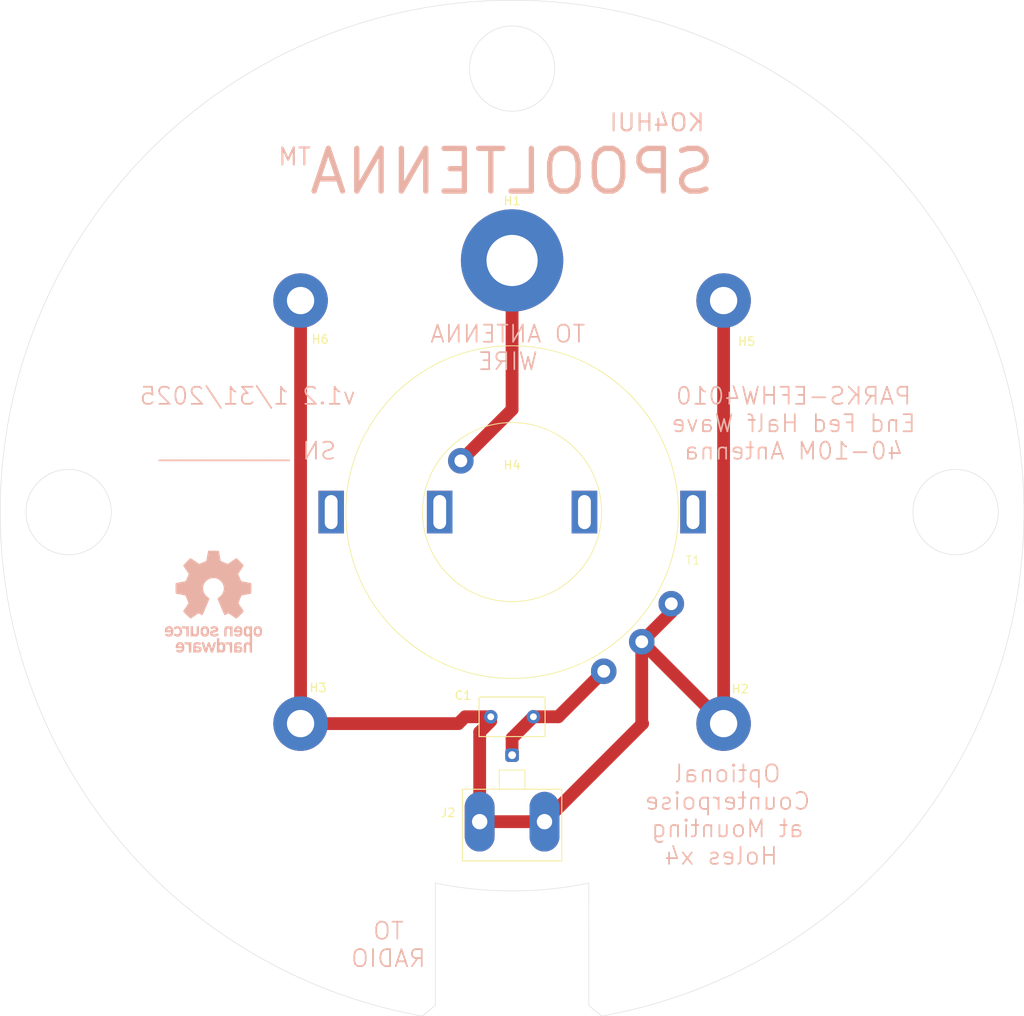
<source format=kicad_pcb>
(kicad_pcb (version 20240108) (generator "pcbnew") (generator_version "8.0")
  (layers (0 "F.Cu" signal) (31 "B.Cu" signal) (34 "B.Paste" user) (35 "F.Paste" user) (36 "B.SilkS" user "B.Silkscreen") (37 "F.SilkS" user "F.Silkscreen") (38 "B.Mask" user) (39 "F.Mask" user) (44 "Edge.Cuts" user))
  (net 0 "")
  (net 1 "GND")
  (net 2 "Net-(T1-SB)")
  (net 3 "Net-(J2-In)")
  (footprint "footprints:TOROID_140_AUTO" (layer "F.Cu") (at 100 100 45)
    (property "Reference" "T1" (at 11 19 0) (layer "F.SilkS") (effects (font (thickness 0.1))))
    (property "Value" "Transformer_1P_1S")
    (fp_circle (center 0 0) (end 10.5 0) (stroke (width 0.1)) (fill none) (layer "F.SilkS"))
    (fp_circle (center 0 0) (end 19.5 0) (stroke (width 0.1)) (fill none) (layer "F.SilkS"))
    (pad "" np_thru_hole rect (at -15 -15 90) (size 5 3) (drill oval 4 1.5) (layers "F&B.Cu"))
    (pad "" np_thru_hole rect (at -6 -6 90) (size 5 3) (drill oval 4 1.5) (layers "F&B.Cu"))
    (pad "" np_thru_hole rect (at 6 6 90) (size 5 3) (drill oval 4 1.5) (layers "F&B.Cu"))
    (pad "" np_thru_hole rect (at 15 15 90) (size 5 3) (drill oval 4 1.5) (layers "F&B.Cu"))
    (pad "1" thru_hole circle (at -5.6 20.8 45) (size 3 3) (drill 1.5) (layers "*.Cu" "*.Mask") (net 3 "Net-(J2-In)"))
    (pad "2" thru_hole circle (at 0 21.5 45) (size 3 3) (drill 1.5) (layers "*.Cu" "*.Mask") (net 1 "GND"))
    (pad "3" thru_hole circle (at 5.6 20.8 45) (size 3 3) (drill 1.5) (layers "*.Cu" "*.Mask") (net 1 "GND"))
    (pad "4" thru_hole circle (at 0 -8.500001 45) (size 3 3) (drill 1.5) (layers "*.Cu" "*.Mask") (net 2 "Net-(T1-SB)"))
  )
  (footprint "MountingHole:MountingHole_6mm_Pad_TopBottom" (layer "F.Cu") (at 100 70.5)
    (property "Reference" "H1" (at 0 -7 0) (layer "F.SilkS"))
    (property "Value" "MountingHole_Pad")
    (pad "1" thru_hole circle (at 0 0) (size 6.4 6.4) (drill 6) (layers "*.Cu" "*.Mask") (net 2 "Net-(T1-SB)"))
    (pad "1" connect circle (at 0 0) (size 12 12) (layers "F.Cu" "F.Mask") (net 2 "Net-(T1-SB)"))
    (pad "1" connect circle (at 0 0) (size 12 12) (layers "B.Cu" "B.Mask") (net 2 "Net-(T1-SB)"))
  )
  (footprint "MountingHole:MountingHole_3.2mm_M3_Pad" (layer "F.Cu") (at 124.8 75.2)
    (property "Reference" "H5" (at 2.7 4.8 0) (layer "F.SilkS"))
    (property "Value" "MountingHole_Pad")
    (pad "1" thru_hole circle (at 0 0) (size 6.4 6.4) (drill 3.2) (layers "*.Cu" "*.Mask") (net 1 "GND"))
  )
  (footprint "Capacitor_THT:C_Disc_D7.5mm_W4.4mm_P5.00mm" (layer "F.Cu") (at 102.5 124 180)
    (property "Reference" "C1" (at 8.25 2.5 180) (layer "F.SilkS"))
    (property "Value" "100pF, 1kV")
    (fp_line (start 6.37 -2.321) (end 6.37 2.321) (stroke (width 0.12)) (layer "F.SilkS"))
    (fp_line (start -1.37 2.321) (end 6.37 2.321) (stroke (width 0.12)) (layer "F.SilkS"))
    (fp_line (start -1.37 -2.321) (end 6.37 -2.321) (stroke (width 0.12)) (layer "F.SilkS"))
    (fp_line (start -1.37 -2.321) (end -1.37 2.321) (stroke (width 0.12)) (layer "F.SilkS"))
    (pad "1" thru_hole circle (at 0 0 180) (size 1.6 1.6) (drill 0.8) (layers "*.Cu" "*.Mask") (net 3 "Net-(J2-In)"))
    (pad "2" thru_hole circle (at 5 0 180) (size 1.6 1.6) (drill 0.8) (layers "*.Cu" "*.Mask") (net 1 "GND"))
  )
  (footprint "MountingHole:MountingHole_8.4mm_M8" (layer "F.Cu") (at 100 100)
    (property "Reference" "H4" (at 0 -5.5 0) (layer "F.SilkS"))
    (property "Value" "MountingHole" (hide yes))
    (pad "" np_thru_hole circle (at 0 0) (size 8.4 8.4) (drill 8.4) (layers "*.Cu" "*.Mask"))
  )
  (footprint "MountingHole:MountingHole_3.2mm_M3_Pad" (layer "F.Cu") (at 75.2 124.8)
    (property "Reference" "H3" (at 2.05 -4.2 0) (layer "F.SilkS"))
    (property "Value" "MountingHole_Pad" (hide yes))
    (pad "1" thru_hole circle (at 0 0) (size 6.4 6.4) (drill 3.2) (layers "*.Cu" "*.Mask") (net 1 "GND"))
  )
  (footprint "MountingHole:MountingHole_3.2mm_M3_Pad" (layer "F.Cu") (at 124.8 124.8)
    (property "Reference" "H2" (at 1.95 -4.05 0) (layer "F.SilkS"))
    (property "Value" "MountingHole_Pad" (hide yes))
    (pad "1" thru_hole circle (at 0 0) (size 6.4 6.4) (drill 3.2) (layers "*.Cu" "*.Mask") (net 1 "GND"))
  )
  (footprint "MountingHole:MountingHole_3.2mm_M3_Pad" (layer "F.Cu") (at 75.2 75.2)
    (property "Reference" "H6" (at 2.3 4.55 0) (layer "F.SilkS"))
    (property "Value" "MountingHole_Pad")
    (pad "1" thru_hole circle (at 0 0) (size 6.4 6.4) (drill 3.2) (layers "*.Cu" "*.Mask") (net 1 "GND"))
  )
  (footprint "footprints:BNC_MOLEX_73100" (layer "F.Cu") (at 100 128.5 180)
    (property "Reference" "J2" (at 7.5 -6.75 0) (layer "F.SilkS"))
    (property "Value" "Conn_Coaxial")
    (fp_line (start 5.825 -12.4) (end 5.825 -4) (stroke (width 0.12)) (layer "F.SilkS"))
    (fp_line (start 1.5 -1.75) (end 1.5 -4) (stroke (width 0.1)) (layer "F.SilkS"))
    (fp_line (start -1.5 -1.75) (end 1.5 -1.75) (stroke (width 0.1)) (layer "F.SilkS"))
    (fp_line (start -1.5 -4) (end -1.5 -1.75) (stroke (width 0.1)) (layer "F.SilkS"))
    (fp_line (start -5.825 -4) (end 5.825 -4) (stroke (width 0.12)) (layer "F.SilkS"))
    (fp_line (start -5.825 -12.4) (end 5.825 -12.4) (stroke (width 0.12)) (layer "F.SilkS"))
    (fp_line (start -5.825 -12.4) (end -5.825 -4) (stroke (width 0.12)) (layer "F.SilkS"))
    (pad "1" thru_hole roundrect (at 0 0 180) (size 1.6 1.6) (drill 0.92) (layers "*.Cu" "*.Mask") (net 3 "Net-(J2-In)"))
    (pad "2" thru_hole oval (at -3.8 -7.8 180) (size 3.5 7) (drill 1.8) (layers "*.Cu" "*.Mask") (net 1 "GND"))
    (pad "2" thru_hole oval (at 3.8 -7.8 180) (size 3.5 7) (drill 1.8) (layers "*.Cu" "*.Mask") (net 1 "GND"))
  )
  (footprint "Symbol:OSHW-Logo_11.4x12mm_SilkScreen" (layer "B.Cu") (at 65 110.5 180)
    (property "Reference" "REF**" (hide yes))
    (property "Value" "OSHW-Logo_11.4x12mm_SilkScreen" (hide yes))
    (fp_poly (pts (xy 3.563637 -2.887472) (xy 3.64929 -2.913641) (xy 3.704437 -2.946707) (xy 3.722401 -2.972855) (xy 3.717457 -3.003852) (xy 3.685372 -3.052547) (xy 3.658243 -3.087035) (xy 3.602317 -3.149383) (xy 3.560299 -3.175615) (xy 3.52448 -3.173903) (xy 3.418224 -3.146863) (xy 3.340189 -3.148091) (xy 3.27682 -3.178735) (xy 3.255546 -3.19667) (xy 3.187451 -3.259779) (xy 3.187451 -4.083922) (xy 2.913529 -4.083922) (xy 2.913529 -2.888628) (xy 3.05049 -2.888628) (xy 3.132719 -2.891879) (xy 3.175144 -2.903426) (xy 3.187445 -2.925952) (xy 3.187451 -2.92662) (xy 3.19326 -2.950215) (xy 3.219531 -2.947138) (xy 3.255931 -2.930115) (xy 3.331111 -2.898439) (xy 3.392158 -2.879381) (xy 3.470708 -2.874496) (xy 3.563637 -2.887472)) (stroke (width 0.01)) (fill solid) (layer "B.SilkS"))
    (fp_poly (pts (xy 3.238446 -4.755883) (xy 3.334177 -4.774755) (xy 3.388677 -4.802699) (xy 3.446008 -4.849123) (xy 3.364441 -4.952111) (xy 3.31415 -5.014479) (xy 3.280001 -5.044907) (xy 3.246063 -5.049555) (xy 3.196406 -5.034586) (xy 3.173096 -5.026117) (xy 3.078063 -5.013622) (xy 2.991032 -5.040406) (xy 2.927138 -5.100915) (xy 2.916759 -5.120208) (xy 2.905456 -5.171314) (xy 2.896732 -5.2655) (xy 2.890997 -5.396089) (xy 2.88866 -5.556405) (xy 2.888627 -5.579211) (xy 2.888627 -5.976471) (xy 2.614705 -5.976471) (xy 2.614705 -4.756275) (xy 2.751666 -4.756275) (xy 2.830638 -4.758337) (xy 2.871779 -4.767513) (xy 2.886992 -4.78829) (xy 2.888627 -4.807886) (xy 2.888627 -4.859497) (xy 2.95424 -4.807886) (xy 3.029475 -4.772675) (xy 3.130544 -4.755265) (xy 3.238446 -4.755883)) (stroke (width 0.01)) (fill solid) (layer "B.SilkS"))
    (fp_poly (pts (xy -1.967236 -4.758921) (xy -1.92997 -4.770091) (xy -1.917957 -4.794633) (xy -1.917451 -4.805712) (xy -1.915296 -4.836572) (xy -1.900449 -4.841417) (xy -1.860343 -4.82026) (xy -1.83652 -4.805806) (xy -1.761362 -4.77485) (xy -1.671594 -4.759544) (xy -1.577471 -4.758367) (xy -1.489246 -4.769799) (xy -1.417174 -4.79232) (xy -1.371508 -4.824409) (xy -1.362502 -4.864545) (xy -1.367047 -4.875415) (xy -1.400179 -4.920534) (xy -1.451555 -4.976026) (xy -1.460848 -4.984996) (xy -1.509818 -5.026245) (xy -1.552069 -5.039572) (xy -1.611159 -5.030271) (xy -1.634831 -5.02409) (xy -1.708496 -5.009246) (xy -1.76029 -5.015921) (xy -1.804031 -5.039465) (xy -1.844098 -5.071061) (xy -1.873608 -5.110798) (xy -1.894116 -5.166252) (xy -1.907176 -5.245003) (xy -1.914344 -5.354629) (xy -1.917176 -5.502706) (xy -1.917451 -5.592111) (xy -1.917451 -5.976471) (xy -2.166471 -5.976471) (xy -2.166471 -4.756275) (xy -2.041961 -4.756275) (xy -1.967236 -4.758921)) (stroke (width 0.01)) (fill solid) (layer "B.SilkS"))
    (fp_poly (pts (xy 1.967254 -3.276245) (xy 1.969608 -3.458879) (xy 1.978207 -3.5976) (xy 1.99536 -3.698147) (xy 2.023374 -3.766254) (xy 2.064557 -3.807659) (xy 2.121217 -3.828097) (xy 2.191372 -3.833318) (xy 2.264848 -3.827468) (xy 2.320657 -3.806093) (xy 2.361109 -3.763458) (xy 2.388509 -3.693825) (xy 2.405167 -3.59146) (xy 2.413389 -3.450624) (xy 2.41549 -3.276245) (xy 2.41549 -2.888628) (xy 2.689411 -2.888628) (xy 2.689411 -4.083922) (xy 2.552451 -4.083922) (xy 2.469884 -4.080576) (xy 2.427368 -4.068826) (xy 2.41549 -4.04652) (xy 2.408336 -4.026654) (xy 2.379865 -4.030857) (xy 2.322476 -4.058971) (xy 2.190945 -4.102342) (xy 2.051438 -4.09927) (xy 1.917765 -4.052174) (xy 1.854108 -4.014971) (xy 1.805553 -3.974691) (xy 1.770081 -3.924291) (xy 1.745674 -3.856729) (xy 1.730313 -3.764965) (xy 1.721982 -3.641955) (xy 1.718662 -3.480659) (xy 1.718235 -3.355928) (xy 1.718235 -2.888628) (xy 1.967254 -2.888628) (xy 1.967254 -3.276245)) (stroke (width 0.01)) (fill solid) (layer "B.SilkS"))
    (fp_poly (pts (xy -1.49324 -2.909199) (xy -1.431264 -2.938802) (xy -1.371241 -2.981561) (xy -1.325514 -3.030775) (xy -1.292207 -3.093544) (xy -1.269445 -3.176971) (xy -1.255353 -3.288159) (xy -1.248058 -3.434209) (xy -1.245682 -3.622223) (xy -1.245645 -3.641912) (xy -1.245098 -4.083922) (xy -1.51902 -4.083922) (xy -1.51902 -3.676435) (xy -1.519215 -3.525471) (xy -1.520564 -3.416056) (xy -1.524212 -3.339933) (xy -1.531304 -3.288848) (xy -1.542987 -3.254545) (xy -1.560406 -3.228768) (xy -1.584671 -3.203298) (xy -1.669565 -3.148571) (xy -1.762239 -3.138416) (xy -1.850527 -3.173017) (xy -1.88123 -3.19877) (xy -1.903771 -3.222982) (xy -1.919954 -3.248912) (xy -1.930832 -3.284708) (xy -1.937458 -3.338519) (xy -1.940885 -3.418493) (xy -1.942166 -3.532779) (xy -1.942353 -3.671907) (xy -1.942353 -4.083922) (xy -2.216275 -4.083922) (xy -2.216275 -2.888628) (xy -2.079314 -2.888628) (xy -1.997084 -2.891879) (xy -1.95466 -2.903426) (xy -1.942359 -2.925952) (xy -1.942353 -2.92662) (xy -1.936646 -2.948681) (xy -1.911473 -2.946177) (xy -1.861422 -2.921937) (xy -1.747906 -2.886271) (xy -1.618055 -2.882305) (xy -1.49324 -2.909199)) (stroke (width 0.01)) (fill solid) (layer "B.SilkS"))
    (fp_poly (pts (xy 4.390976 -2.899056) (xy 4.535256 -2.960348) (xy 4.580699 -2.990185) (xy 4.638779 -3.036036) (xy 4.675238 -3.072089) (xy 4.681568 -3.083832) (xy 4.663693 -3.109889) (xy 4.61795 -3.154105) (xy 4.581328 -3.184965) (xy 4.481088 -3.26552) (xy 4.401935 -3.198918) (xy 4.340769 -3.155921) (xy 4.281129 -3.141079) (xy 4.212872 -3.144704) (xy 4.104482 -3.171652) (xy 4.029872 -3.227587) (xy 3.98453 -3.318014) (xy 3.963947 -3.448435) (xy 3.963942 -3.448517) (xy 3.965722 -3.59429) (xy 3.993387 -3.701245) (xy 4.048571 -3.774064) (xy 4.086192 -3.798723) (xy 4.186105 -3.829431) (xy 4.292822 -3.829449) (xy 4.385669 -3.799655) (xy 4.407647 -3.785098) (xy 4.462765 -3.747914) (xy 4.505859 -3.74182) (xy 4.552335 -3.769496) (xy 4.603716 -3.819205) (xy 4.685046 -3.903116) (xy 4.594749 -3.977546) (xy 4.455236 -4.061549) (xy 4.297912 -4.102947) (xy 4.133503 -4.09995) (xy 4.025531 -4.0725) (xy 3.899331 -4.00462) (xy 3.798401 -3.897831) (xy 3.752548 -3.822451) (xy 3.71541 -3.714297) (xy 3.696827 -3.577318) (xy 3.696684 -3.428864) (xy 3.714865 -3.286281) (xy 3.751255 -3.166918) (xy 3.756987 -3.15468) (xy 3.841865 -3.034655) (xy 3.956782 -2.947267) (xy 4.092659 -2.894329) (xy 4.240417 -2.877654) (xy 4.390976 -2.899056)) (stroke (width 0.01)) (fill solid) (layer "B.SilkS"))
    (fp_poly (pts (xy 1.209547 -2.903364) (xy 1.335502 -2.971959) (xy 1.434047 -3.080245) (xy 1.480478 -3.168315) (xy 1.500412 -3.246101) (xy 1.513328 -3.356993) (xy 1.518863 -3.484738) (xy 1.516654 -3.613084) (xy 1.506337 -3.725779) (xy 1.494286 -3.785969) (xy 1.453634 -3.868311) (xy 1.38323 -3.95577) (xy 1.298382 -4.032251) (xy 1.214397 -4.081655) (xy 1.212349 -4.082439) (xy 1.108134 -4.104027) (xy 0.984627 -4.104562) (xy 0.867261 -4.084908) (xy 0.821942 -4.069155) (xy 0.70522 -4.002966) (xy 0.621624 -3.916246) (xy 0.566701 -3.801438) (xy 0.535995 -3.650982) (xy 0.529047 -3.572173) (xy 0.529933 -3.473145) (xy 0.796862 -3.473145) (xy 0.805854 -3.617645) (xy 0.831736 -3.72776) (xy 0.872868 -3.798116) (xy 0.902172 -3.818235) (xy 0.977251 -3.832265) (xy 1.066494 -3.828111) (xy 1.14365 -3.807922) (xy 1.163883 -3.796815) (xy 1.217265 -3.732123) (xy 1.2525 -3.633119) (xy 1.267498 -3.512632) (xy 1.260172 -3.383494) (xy 1.243799 -3.305775) (xy 1.19679 -3.215771) (xy 1.122582 -3.159509) (xy 1.033209 -3.140057) (xy 0.940707 -3.160481) (xy 0.869653 -3.210437) (xy 0.832312 -3.251655) (xy 0.810518 -3.292281) (xy 0.80013 -3.347264) (xy 0.797006 -3.431549) (xy 0.796862 -3.473145) (xy 0.529933 -3.473145) (xy 0.53093 -3.361874) (xy 0.56518 -3.189423) (xy 0.631802 -3.054814) (xy 0.730799 -2.95804) (xy 0.862175 -2.899094) (xy 0.890385 -2.892259) (xy 1.059926 -2.876213) (xy 1.209547 -2.903364)) (stroke (width 0.01)) (fill solid) (layer "B.SilkS"))
    (fp_poly (pts (xy 0.557528 -4.761332) (xy 0.656014 -4.768726) (xy 0.784776 -5.154706) (xy 0.913537 -5.540686) (xy 0.953911 -5.403726) (xy 0.978207 -5.319083) (xy 1.010167 -5.204697) (xy 1.044679 -5.078963) (xy 1.062928 -5.01152) (xy 1.131571 -4.756275) (xy 1.414773 -4.756275) (xy 1.330122 -5.023971) (xy 1.288435 -5.155638) (xy 1.238074 -5.314458) (xy 1.185481 -5.480128) (xy 1.13853 -5.627843) (xy 1.031589 -5.96402) (xy 0.800661 -5.979044) (xy 0.73805 -5.772316) (xy 0.699438 -5.643896) (xy 0.6573 -5.502322) (xy 0.620472 -5.377285) (xy 0.619018 -5.372309) (xy 0.591511 -5.287586) (xy 0.567242 -5.229778) (xy 0.550243 -5.207918) (xy 0.54675 -5.210446) (xy 0.53449 -5.244336) (xy 0.511195 -5.31693) (xy 0.4797 -5.419101) (xy 0.442842 -5.54172) (xy 0.422899 -5.609167) (xy 0.314895 -5.976471) (xy 0.085679 -5.976471) (xy -0.097561 -5.3975) (xy -0.149037 -5.235091) (xy -0.19593 -5.087602) (xy -0.236023 -4.96196) (xy -0.267103 -4.865095) (xy -0.286955 -4.803934) (xy -0.292989 -4.786065) (xy -0.288212 -4.767768) (xy -0.250703 -4.759755) (xy -0.172645 -4.760557) (xy -0.160426 -4.761163) (xy -0.015674 -4.768726) (xy 0.07913 -5.117353) (xy 0.113977 -5.244497) (xy 0.145117 -5.356265) (xy 0.169809 -5.442953) (xy 0.185312 -5.494856) (xy 0.188176 -5.503318) (xy 0.200046 -5.493587) (xy 0.223983 -5.443172) (xy 0.257239 -5.358935) (xy 0.297064 -5.247741) (xy 0.33073 -5.147297) (xy 0.459041 -4.753939) (xy 0.557528 -4.761332)) (stroke (width 0.01)) (fill solid) (layer "B.SilkS"))
    (fp_poly (pts (xy -0.398432 -5.976471) (xy -0.535393 -5.976471) (xy -0.614889 -5.97414) (xy -0.656292 -5.964488) (xy -0.671199 -5.943525) (xy -0.672353 -5.929351) (xy -0.674867 -5.900927) (xy -0.69072 -5.895475) (xy -0.732379 -5.912998) (xy -0.764776 -5.929351) (xy -0.889151 -5.968103) (xy -1.024354 -5.970346) (xy -1.134274 -5.941444) (xy -1.236634 -5.871619) (xy -1.31466 -5.768555) (xy -1.357386 -5.646989) (xy -1.358474 -5.640192) (xy -1.364822 -5.566032) (xy -1.367979 -5.45957) (xy -1.367725 -5.379052) (xy -1.095711 -5.379052) (xy -1.08941 -5.48607) (xy -1.075075 -5.574278) (xy -1.055669 -5.62409) (xy -0.982254 -5.692162) (xy -0.895086 -5.716564) (xy -0.805196 -5.696831) (xy -0.728383 -5.637968) (xy -0.699292 -5.598379) (xy -0.682283 -5.551138) (xy -0.674316 -5.482181) (xy -0.672353 -5.378607) (xy -0.675866 -5.276039) (xy -0.685143 -5.185921) (xy -0.698294 -5.125613) (xy -0.700486 -5.120208) (xy -0.753522 -5.05594) (xy -0.830933 -5.020656) (xy -0.917546 -5.014959) (xy -0.998193 -5.039453) (xy -1.057703 -5.094742) (xy -1.063876 -5.105743) (xy -1.083199 -5.172827) (xy -1.093726 -5.269284) (xy -1.095711 -5.379052) (xy -1.367725 -5.379052) (xy -1.367596 -5.338225) (xy -1.365806 -5.272918) (xy -1.353627 -5.111355) (xy -1.328315 -4.990053) (xy -1.286207 -4.900379) (xy -1.223641 -4.833699) (xy -1.1629 -4.794557) (xy -1.078036 -4.76704) (xy -0.972485 -4.757603) (xy -0.864402 -4.76529) (xy -0.771942 -4.789146) (xy -0.72309 -4.817685) (xy -0.672353 -4.863601) (xy -0.672353 -4.283137) (xy -0.398432 -4.283137) (xy -0.398432 -5.976471)) (stroke (width 0.01)) (fill solid) (layer "B.SilkS"))
    (fp_poly (pts (xy -5.026753 -2.901568) (xy -4.896478 -2.959163) (xy -4.797581 -3.055334) (xy -4.729918 -3.190229) (xy -4.693345 -3.363996) (xy -4.690724 -3.391126) (xy -4.68867 -3.582408) (xy -4.715301 -3.750073) (xy -4.768999 -3.885967) (xy -4.797753 -3.929681) (xy -4.897909 -4.022198) (xy -5.025463 -4.082119) (xy -5.168163 -4.106985) (xy -5.31376 -4.094339) (xy -5.424438 -4.055391) (xy -5.519616 -3.989755) (xy -5.597406 -3.903699) (xy -5.598751 -3.901685) (xy -5.630343 -3.84857) (xy -5.650873 -3.79516) (xy -5.663305 -3.727754) (xy -5.670603 -3.632653) (xy -5.673818 -3.554666) (xy -5.675156 -3.483944) (xy -5.426186 -3.483944) (xy -5.423753 -3.554348) (xy -5.41492 -3.648068) (xy -5.399336 -3.708214) (xy -5.371234 -3.751006) (xy -5.344914 -3.776002) (xy -5.251608 -3.828338) (xy -5.15398 -3.835333) (xy -5.063058 -3.797676) (xy -5.017598 -3.755479) (xy -4.984838 -3.712956) (xy -4.965677 -3.672267) (xy -4.957267 -3.619314) (xy -4.956763 -3.539997) (xy -4.959355 -3.46695) (xy -4.964929 -3.362601) (xy -4.973766 -3.29492) (xy -4.989693 -3.250774) (xy -5.016538 -3.217031) (xy -5.037811 -3.197746) (xy -5.126794 -3.147086) (xy -5.222789 -3.14456) (xy -5.303281 -3.174567) (xy -5.371947 -3.237231) (xy -5.412856 -3.340168) (xy -5.426186 -3.483944) (xy -5.675156 -3.483944) (xy -5.676754 -3.399582) (xy -5.67174 -3.2836) (xy -5.656717 -3.196367) (xy -5.629624 -3.12753) (xy -5.5884 -3.066737) (xy -5.573115 -3.048686) (xy -5.477546 -2.958746) (xy -5.375039 -2.906211) (xy -5.249679 -2.884201) (xy -5.18855 -2.882402) (xy -5.026753 -2.901568)) (stroke (width 0.01)) (fill solid) (layer "B.SilkS"))
    (fp_poly (pts (xy 5.303287 -2.884355) (xy 5.367051 -2.899845) (xy 5.4893 -2.956569) (xy 5.593834 -3.043202) (xy 5.66618 -3.147074) (xy 5.676119 -3.170396) (xy 5.689754 -3.231484) (xy 5.699298 -3.321853) (xy 5.702549 -3.41319) (xy 5.702549 -3.585882) (xy 5.34147 -3.585882) (xy 5.192546 -3.586445) (xy 5.087632 -3.589864) (xy 5.020937 -3.598731) (xy 4.986666 -3.615641) (xy 4.979028 -3.643189) (xy 4.992229 -3.683968) (xy 5.015877 -3.731683) (xy 5.081843 -3.811314) (xy 5.173512 -3.850987) (xy 5.285555 -3.849695) (xy 5.412472 -3.806514) (xy 5.522158 -3.753224) (xy 5.613173 -3.825191) (xy 5.704188 -3.897157) (xy 5.618563 -3.976269) (xy 5.50425 -4.051017) (xy 5.363666 -4.096084) (xy 5.212449 -4.108696) (xy 5.066236 -4.086079) (xy 5.042647 -4.078405) (xy 4.914141 -4.011296) (xy 4.818551 -3.911247) (xy 4.753861 -3.775271) (xy 4.718057 -3.60038) (xy 4.71764 -3.596632) (xy 4.714434 -3.406032) (xy 4.727393 -3.338035) (xy 4.980392 -3.338035) (xy 5.003627 -3.348491) (xy 5.06671 -3.3565) (xy 5.159706 -3.361073) (xy 5.218638 -3.361765) (xy 5.328537 -3.361332) (xy 5.397252 -3.358578) (xy 5.433405 -3.351321) (xy 5.445615 -3.337376) (xy 5.442504 -3.314562) (xy 5.439894 -3.305735) (xy 5.395344 -3.2228) (xy 5.325279 -3.15596) (xy 5.263446 -3.126589) (xy 5.181301 -3.128362) (xy 5.098062 -3.16499) (xy 5.028238 -3.225634) (xy 4.986337 -3.299456) (xy 4.980392 -3.338035) (xy 4.727393 -3.338035) (xy 4.746385 -3.238395) (xy 4.809773 -3.097711) (xy 4.900878 -2.987974) (xy 5.015978 -2.913174) (xy 5.151355 -2.877304) (xy 5.303287 -2.884355)) (stroke (width 0.01)) (fill solid) (layer "B.SilkS"))
    (fp_poly (pts (xy 0.027759 -2.884345) (xy 0.122059 -2.902229) (xy 0.21989 -2.939633) (xy 0.230343 -2.944402) (xy 0.304531 -2.983412) (xy 0.35591 -3.019664) (xy 0.372517 -3.042887) (xy 0.356702 -3.080761) (xy 0.318288 -3.136644) (xy 0.301237 -3.157505) (xy 0.230969 -3.239618) (xy 0.140379 -3.186168) (xy 0.054164 -3.150561) (xy -0.045451 -3.131529) (xy -0.140981 -3.130326) (xy -0.214939 -3.14821) (xy -0.232688 -3.159373) (xy -0.266488 -3.210553) (xy -0.270596 -3.269509) (xy -0.245304 -3.315567) (xy -0.230344 -3.324499) (xy -0.185514 -3.335592) (xy -0.106714 -3.34863) (xy -0.009574 -3.361088) (xy 0.008346 -3.363042) (xy 0.164365 -3.39003) (xy 0.277523 -3.435873) (xy 0.352569 -3.504803) (xy 0.394253 -3.601054) (xy 0.407238 -3.718617) (xy 0.389299 -3.852254) (xy 0.33105 -3.957195) (xy 0.232255 -4.03363) (xy 0.092682 -4.081748) (xy -0.062255 -4.100732) (xy -0.188602 -4.100504) (xy -0.291087 -4.083262) (xy -0.361079 -4.059457) (xy -0.449517 -4.017978) (xy -0.531246 -3.969842) (xy -0.560295 -3.948655) (xy -0.635 -3.887676) (xy -0.544902 -3.796508) (xy -0.454804 -3.705339) (xy -0.352368 -3.773128) (xy -0.249626 -3.824042) (xy -0.139913 -3.850673) (xy -0.034449 -3.853483) (xy 0.055546 -3.832935) (xy 0.118854 -3.789493) (xy 0.139296 -3.752838) (xy 0.136229 -3.694053) (xy 0.085434 -3.649099) (xy -0.012952 -3.618057) (xy -0.120744 -3.60371) (xy -0.286635 -3.576337) (xy -0.409876 -3.524693) (xy -0.492114 -3.447266) (xy -0.534999 -3.342544) (xy -0.54094 -3.218387) (xy -0.511594 -3.088702) (xy -0.444691 -2.990677) (xy -0.339629 -2.923866) (xy -0.19581 -2.88782) (xy -0.089262 -2.880754) (xy 0.027759 -2.884345)) (stroke (width 0.01)) (fill solid) (layer "B.SilkS"))
    (fp_poly (pts (xy 4.025307 -4.762784) (xy 4.144337 -4.793731) (xy 4.244021 -4.8576) (xy 4.292288 -4.905313) (xy 4.371408 -5.018106) (xy 4.416752 -5.14895) (xy 4.43233 -5.309792) (xy 4.43241 -5.322794) (xy 4.432549 -5.45353) (xy 3.680091 -5.45353) (xy 3.69613 -5.52201) (xy 3.725091 -5.584031) (xy 3.775778 -5.648654) (xy 3.786379 -5.658971) (xy 3.877494 -5.714805) (xy 3.9814 -5.724275) (xy 4.101 -5.68754) (xy 4.121274 -5.677647) (xy 4.183456 -5.647574) (xy 4.225106 -5.63044) (xy 4.232373 -5.628855) (xy 4.25774 -5.644242) (xy 4.30612 -5.681887) (xy 4.330679 -5.702459) (xy 4.38157 -5.749714) (xy 4.398281 -5.780917) (xy 4.386683 -5.80962) (xy 4.380483 -5.817468) (xy 4.338493 -5.851819) (xy 4.269206 -5.893565) (xy 4.220882 -5.917935) (xy 4.083711 -5.960873) (xy 3.931847 -5.974786) (xy 3.788024 -5.9583) (xy 3.747745 -5.946496) (xy 3.623078 -5.879689) (xy 3.530671 -5.776892) (xy 3.46999 -5.637105) (xy 3.440498 -5.45933) (xy 3.43726 -5.366373) (xy 3.446714 -5.231033) (xy 3.68549 -5.231033) (xy 3.708584 -5.241038) (xy 3.770662 -5.248888) (xy 3.860914 -5.253521) (xy 3.922058 -5.254314) (xy 4.03204 -5.253549) (xy 4.101457 -5.24997) (xy 4.139538 -5.241649) (xy 4.155515 -5.226657) (xy 4.158627 -5.204903) (xy 4.137278 -5.137892) (xy 4.083529 -5.071664) (xy 4.012822 -5.020832) (xy 3.942089 -5.000038) (xy 3.846016 -5.018484) (xy 3.762849 -5.071811) (xy 3.705186 -5.148677) (xy 3.68549 -5.231033) (xy 3.446714 -5.231033) (xy 3.451028 -5.169291) (xy 3.49352 -5.012271) (xy 3.565635 -4.894069) (xy 3.668273 -4.81344) (xy 3.802332 -4.769139) (xy 3.874957 -4.760607) (xy 4.025307 -4.762784)) (stroke (width 0.01)) (fill solid) (layer "B.SilkS"))
    (fp_poly (pts (xy -2.686796 -2.916354) (xy -2.661981 -2.928037) (xy -2.576094 -2.990951) (xy -2.494879 -3.082769) (xy -2.434236 -3.183868) (xy -2.416988 -3.230349) (xy -2.401251 -3.313376) (xy -2.391867 -3.413713) (xy -2.390728 -3.455147) (xy -2.390589 -3.585882) (xy -3.143047 -3.585882) (xy -3.127007 -3.654363) (xy -3.087637 -3.735355) (xy -3.018806 -3.805351) (xy -2.936919 -3.850441) (xy -2.884737 -3.859804) (xy -2.813971 -3.848441) (xy -2.72954 -3.819943) (xy -2.700858 -3.806831) (xy -2.594791 -3.753858) (xy -2.504272 -3.822901) (xy -2.452039 -3.869597) (xy -2.424247 -3.90814) (xy -2.42284 -3.919452) (xy -2.447668 -3.946868) (xy -2.502083 -3.988532) (xy -2.551472 -4.021037) (xy -2.684748 -4.079468) (xy -2.834161 -4.105915) (xy -2.982249 -4.099039) (xy -3.100295 -4.063096) (xy -3.221982 -3.986101) (xy -3.30846 -3.884728) (xy -3.362559 -3.75357) (xy -3.387109 -3.587224) (xy -3.389286 -3.511108) (xy -3.380573 -3.336685) (xy -3.379503 -3.331611) (xy -3.130173 -3.331611) (xy -3.123306 -3.347968) (xy -3.095083 -3.356988) (xy -3.036873 -3.360854) (xy -2.940042 -3.361749) (xy -2.902757 -3.361765) (xy -2.789317 -3.360413) (xy -2.717378 -3.355505) (xy -2.678687 -3.34576) (xy -2.664995 -3.329899) (xy -2.66451 -3.324805) (xy -2.680137 -3.284326) (xy -2.719247 -3.227621) (xy -2.736061 -3.207766) (xy -2.798481 -3.151611) (xy -2.863547 -3.129532) (xy -2.898603 -3.127686) (xy -2.993442 -3.150766) (xy -3.072973 -3.212759) (xy -3.123423 -3.302802) (xy -3.124317 -3.305735) (xy -3.130173 -3.331611) (xy -3.379503 -3.331611) (xy -3.351601 -3.199343) (xy -3.29941 -3.089461) (xy -3.235579 -3.011461) (xy -3.117567 -2.926882) (xy -2.978842 -2.881686) (xy -2.83129 -2.8776) (xy -2.686796 -2.916354)) (stroke (width 0.01)) (fill solid) (layer "B.SilkS"))
    (fp_poly (pts (xy 2.056459 -4.763669) (xy 2.16142 -4.789163) (xy 2.191761 -4.802669) (xy 2.250573 -4.838046) (xy 2.295709 -4.87789) (xy 2.329106 -4.92912) (xy 2.352701 -4.998654) (xy 2.368433 -5.093409) (xy 2.378239 -5.220305) (xy 2.384057 -5.386258) (xy 2.386266 -5.497108) (xy 2.394396 -5.976471) (xy 2.255531 -5.976471) (xy 2.171287 -5.972938) (xy 2.127884 -5.960866) (xy 2.116666 -5.940594) (xy 2.110744 -5.918674) (xy 2.084266 -5.922865) (xy 2.048186 -5.940441) (xy 1.957862 -5.967382) (xy 1.841777 -5.974642) (xy 1.71968 -5.962767) (xy 1.611321 -5.932305) (xy 1.601602 -5.928077) (xy 1.502568 -5.858505) (xy 1.437281 -5.761789) (xy 1.40724 -5.648738) (xy 1.409535 -5.608122) (xy 1.654633 -5.608122) (xy 1.676229 -5.662782) (xy 1.740259 -5.701952) (xy 1.843565 -5.722974) (xy 1.898774 -5.725766) (xy 1.990782 -5.71862) (xy 2.051941 -5.690848) (xy 2.066862 -5.677647) (xy 2.107287 -5.605829) (xy 2.116666 -5.540686) (xy 2.116666 -5.45353) (xy 1.995269 -5.45353) (xy 1.854153 -5.460722) (xy 1.755173 -5.483345) (xy 1.692633 -5.522964) (xy 1.678631 -5.540628) (xy 1.654633 -5.608122) (xy 1.409535 -5.608122) (xy 1.413941 -5.530157) (xy 1.45888 -5.416855) (xy 1.520196 -5.340285) (xy 1.557332 -5.307181) (xy 1.593687 -5.285425) (xy 1.64099 -5.272161) (xy 1.710973 -5.264528) (xy 1.815364 -5.25967) (xy 1.85677 -5.258273) (xy 2.116666 -5.24978) (xy 2.116285 -5.171116) (xy 2.106219 -5.088428) (xy 2.069829 -5.038431) (xy 1.996311 -5.006489) (xy 1.994339 -5.00592) (xy 1.890105 -4.993361) (xy 1.788108 -5.009766) (xy 1.712305 -5.049657) (xy 1.68189 -5.069354) (xy 1.649132 -5.066629) (xy 1.598721 -5.038091) (xy 1.569119 -5.01795) (xy 1.511218 -4.974919) (xy 1.475352 -4.942662) (xy 1.469597 -4.933427) (xy 1.493295 -4.885636) (xy 1.563313 -4.828562) (xy 1.593725 -4.809305) (xy 1.681155 -4.77614) (xy 1.798983 -4.75735) (xy 1.929866 -4.753129) (xy 2.056459 -4.763669)) (stroke (width 0.01)) (fill solid) (layer "B.SilkS"))
    (fp_poly (pts (xy -2.74128 -4.765922) (xy -2.62413 -4.79718) (xy -2.534949 -4.853837) (xy -2.472016 -4.928045) (xy -2.452452 -4.959716) (xy -2.438008 -4.992891) (xy -2.427911 -5.035329) (xy -2.421385 -5.094788) (xy -2.417658 -5.179029) (xy -2.415954 -5.29581) (xy -2.4155 -5.45289) (xy -2.415491 -5.494565) (xy -2.415491 -5.976471) (xy -2.53502 -5.976471) (xy -2.611261 -5.971131) (xy -2.667634 -5.957604) (xy -2.681758 -5.949262) (xy -2.72037 -5.934864) (xy -2.759808 -5.949262) (xy -2.824738 -5.967237) (xy -2.919055 -5.974472) (xy -3.023593 -5.971333) (xy -3.119189 -5.958186) (xy -3.175 -5.941318) (xy -3.283002 -5.871986) (xy -3.350497 -5.775772) (xy -3.380841 -5.647844) (xy -3.381123 -5.644559) (xy -3.37846 -5.587808) (xy -3.137647 -5.587808) (xy -3.116595 -5.652358) (xy -3.082303 -5.688686) (xy -3.013468 -5.716162) (xy -2.92261 -5.727129) (xy -2.829958 -5.721731) (xy -2.755744 -5.70011) (xy -2.734951 -5.686239) (xy -2.698619 -5.622143) (xy -2.689412 -5.549278) (xy -2.689412 -5.45353) (xy -2.827173 -5.45353) (xy -2.958047 -5.463605) (xy -3.057259 -5.492148) (xy -3.118977 -5.536639) (xy -3.137647 -5.587808) (xy -3.37846 -5.587808) (xy -3.374564 -5.50479) (xy -3.328466 -5.394282) (xy -3.2418 -5.310712) (xy -3.229821 -5.30311) (xy -3.178345 -5.278357) (xy -3.114632 -5.263368) (xy -3.025565 -5.256082) (xy -2.919755 -5.254407) (xy -2.689412 -5.254314) (xy -2.689412 -5.157755) (xy -2.699183 -5.082836) (xy -2.724116 -5.032644) (xy -2.727035 -5.029972) (xy -2.782519 -5.008015) (xy -2.866273 -4.999505) (xy -2.958833 -5.003687) (xy -3.04073 -5.019809) (xy -3.089327 -5.04399) (xy -3.115659 -5.063359) (xy -3.143465 -5.067057) (xy -3.181839 -5.051188) (xy -3.239875 -5.011855) (xy -3.326669 -4.945164) (xy -3.334635 -4.938916) (xy -3.330553 -4.9158) (xy -3.296499 -4.877352) (xy -3.24474 -4.834627) (xy -3.187545 -4.798679) (xy -3.169575 -4.790191) (xy -3.104028 -4.773252) (xy -3.00798 -4.76117) (xy -2.900671 -4.756323) (xy -2.895653 -4.756313) (xy -2.74128 -4.765922)) (stroke (width 0.01)) (fill solid) (layer "B.SilkS"))
    (fp_poly (pts (xy -3.780091 -2.90956) (xy -3.727588 -2.935499) (xy -3.662842 -2.9807) (xy -3.615653 -3.029991) (xy -3.583335 -3.091885) (xy -3.563203 -3.174896) (xy -3.55257 -3.287538) (xy -3.548753 -3.438324) (xy -3.54853 -3.503149) (xy -3.549182 -3.645221) (xy -3.551888 -3.746757) (xy -3.557776 -3.817015) (xy -3.567973 -3.865256) (xy -3.583606 -3.900738) (xy -3.599872 -3.924943) (xy -3.703705 -4.027929) (xy -3.825979 -4.089874) (xy -3.957886 -4.108506) (xy -4.090616 -4.081549) (xy -4.132667 -4.062486) (xy -4.233334 -4.010015) (xy -4.233334 -4.832259) (xy -4.159865 -4.794267) (xy -4.063059 -4.764872) (xy -3.944072 -4.757342) (xy -3.825255 -4.771245) (xy -3.735527 -4.802476) (xy -3.661101 -4.861954) (xy -3.59751 -4.947066) (xy -3.592729 -4.955805) (xy -3.572563 -4.996966) (xy -3.557835 -5.038454) (xy -3.547697 -5.088713) (xy -3.541301 -5.156184) (xy -3.537799 -5.249309) (xy -3.536342 -5.376531) (xy -3.536079 -5.519701) (xy -3.536079 -5.976471) (xy -3.81 -5.976471) (xy -3.81 -5.134231) (xy -3.886617 -5.069763) (xy -3.966207 -5.018194) (xy -4.041578 -5.008818) (xy -4.117367 -5.032947) (xy -4.157759 -5.056574) (xy -4.187821 -5.090227) (xy -4.209203 -5.141087) (xy -4.22355 -5.216334) (xy -4.23251 -5.323146) (xy -4.23773 -5.468704) (xy -4.239569 -5.565588) (xy -4.245785 -5.96402) (xy -4.37652 -5.971547) (xy -4.507255 -5.979073) (xy -4.507255 -3.506582) (xy -4.233334 -3.506582) (xy -4.22635 -3.644423) (xy -4.202818 -3.740107) (xy -4.158865 -3.799641) (xy -4.090618 -3.829029) (xy -4.021667 -3.834902) (xy -3.943614 -3.828154) (xy -3.891811 -3.801594) (xy -3.859417 -3.766499) (xy -3.833916 -3.728752) (xy -3.818735 -3.6867) (xy -3.811981 -3.627779) (xy -3.811759 -3.539428) (xy -3.814032 -3.465448) (xy -3.819251 -3.354) (xy -3.827021 -3.280833) (xy -3.840105 -3.234422) (xy -3.861268 -3.203244) (xy -3.88124 -3.185223) (xy -3.964686 -3.145925) (xy -4.063449 -3.139579) (xy -4.120159 -3.153116) (xy -4.176308 -3.201233) (xy -4.213501 -3.294833) (xy -4.231528 -3.433254) (xy -4.233334 -3.506582) (xy -4.507255 -3.506582) (xy -4.507255 -2.888628) (xy -4.370295 -2.888628) (xy -4.288065 -2.891879) (xy -4.24564 -2.903426) (xy -4.233339 -2.925952) (xy -4.233334 -2.92662) (xy -4.227626 -2.948681) (xy -4.202453 -2.946176) (xy -4.152402 -2.921935) (xy -4.035781 -2.884851) (xy -3.904571 -2.880953) (xy -3.780091 -2.90956)) (stroke (width 0.01)) (fill solid) (layer "B.SilkS"))
    (fp_poly (pts (xy 0.746535 5.366828) (xy 0.859117 4.769637) (xy 1.274531 4.59839) (xy 1.689944 4.427143) (xy 2.188302 4.766022) (xy 2.327868 4.860378) (xy 2.454028 4.944625) (xy 2.560895 5.014917) (xy 2.642582 5.067408) (xy 2.693201 5.098251) (xy 2.706986 5.104902) (xy 2.73182 5.087797) (xy 2.784888 5.040511) (xy 2.86024 4.969083) (xy 2.951929 4.879555) (xy 3.054007 4.777966) (xy 3.160526 4.670357) (xy 3.265536 4.562768) (xy 3.363091 4.46124) (xy 3.447242 4.371814) (xy 3.51204 4.300529) (xy 3.551538 4.253427) (xy 3.56098 4.237663) (xy 3.547391 4.208602) (xy 3.509293 4.144934) (xy 3.450694 4.052888) (xy 3.375597 3.938691) (xy 3.288009 3.808571) (xy 3.237254 3.734354) (xy 3.144745 3.598833) (xy 3.06254 3.476539) (xy 2.99463 3.37356) (xy 2.945 3.295982) (xy 2.91764 3.249894) (xy 2.913529 3.240208) (xy 2.922849 3.212681) (xy 2.948254 3.148527) (xy 2.985911 3.056765) (xy 3.031986 2.946416) (xy 3.082646 2.8265) (xy 3.134059 2.706036) (xy 3.182389 2.594046) (xy 3.223806 2.499548) (xy 3.254474 2.431563) (xy 3.270562 2.399112) (xy 3.271511 2.397835) (xy 3.296772 2.391638) (xy 3.364046 2.377815) (xy 3.46636 2.357723) (xy 3.596741 2.332721) (xy 3.748216 2.304169) (xy 3.836594 2.287704) (xy 3.998452 2.256886) (xy 4.144649 2.227561) (xy 4.267787 2.201334) (xy 4.360469 2.179809) (xy 4.415301 2.16459) (xy 4.426323 2.159762) (xy 4.437119 2.127081) (xy 4.445829 2.05327) (xy 4.45246 1.946963) (xy 4.457018 1.816788) (xy 4.459509 1.671379) (xy 4.459938 1.519365) (xy 4.458311 1.369378) (xy 4.454635 1.230049) (xy 4.448915 1.11001) (xy 4.441158 1.01789) (xy 4.431368 0.962323) (xy 4.425496 0.950755) (xy 4.390399 0.93689) (xy 4.316028 0.917067) (xy 4.212223 0.893616) (xy 4.088819 0.868864) (xy 4.045741 0.860857) (xy 3.838047 0.822814) (xy 3.673984 0.792176) (xy 3.54813 0.767726) (xy 3.455065 0.748246) (xy 3.389367 0.732519) (xy 3.345617 0.719327) (xy 3.318392 0.707451) (xy 3.302272 0.695675) (xy 3.300017 0.693347) (xy 3.277503 0.655855) (xy 3.243158 0.58289) (xy 3.200411 0.483388) (xy 3.152692 0.366282) (xy 3.10343 0.240507) (xy 3.056055 0.114998) (xy 3.013995 -0.00131) (xy 2.98068 -0.099484) (xy 2.959541 -0.170588) (xy 2.954005 -0.205687) (xy 2.954466 -0.206917) (xy 2.973223 -0.235606) (xy 3.015776 -0.29873) (xy 3.077653 -0.389718) (xy 3.154382 -0.502) (xy 3.241491 -0.629005) (xy 3.266299 -0.665098) (xy 3.354753 -0.795948) (xy 3.432588 -0.915336) (xy 3.495566 -1.016407) (xy 3.539445 -1.092304) (xy 3.559985 -1.136172) (xy 3.56098 -1.141562) (xy 3.543722 -1.169889) (xy 3.496036 -1.226006) (xy 3.42405 -1.303882) (xy 3.333897 -1.397485) (xy 3.231705 -1.500786) (xy 3.123606 -1.607751) (xy 3.015728 -1.712351) (xy 2.914204 -1.808554) (xy 2.825162 -1.890329) (xy 2.754733 -1.951645) (xy 2.709047 -1.986471) (xy 2.696409 -1.992157) (xy 2.666991 -1.978765) (xy 2.606761 -1.942644) (xy 2.52553 -1.889881) (xy 2.46303 -1.847412) (xy 2.349785 -1.769485) (xy 2.215674 -1.677729) (xy 2.081155 -1.58612) (xy 2.008833 -1.537091) (xy 1.764038 -1.371515) (xy 1.558551 -1.48262) (xy 1.464936 -1.531293) (xy 1.38533 -1.569126) (xy 1.331467 -1.590703) (xy 1.317757 -1.593706) (xy 1.30127 -1.571538) (xy 1.268745 -1.508894) (xy 1.222609 -1.411554) (xy 1.16529 -1.285294) (xy 1.099216 -1.135895) (xy 1.026815 -0.969133) (xy 0.950516 -0.790787) (xy 0.872746 -0.606636) (xy 0.795934 -0.422457) (xy 0.722506 -0.24403) (xy 0.654892 -0.077132) (xy 0.59552 0.072458) (xy 0.546816 0.198962) (xy 0.51121 0.296601) (xy 0.49113 0.359598) (xy 0.4879 0.381234) (xy 0.513496 0.408831) (xy 0.569539 0.45363) (xy 0.644311 0.506321) (xy 0.650587 0.51049) (xy 0.843845 0.665186) (xy 0.999674 0.845664) (xy 1.116724 1.046153) (xy 1.193645 1.260881) (xy 1.229086 1.484078) (xy 1.221697 1.709974) (xy 1.170127 1.932796) (xy 1.073026 2.146776) (xy 1.044458 2.193591) (xy 0.895868 2.382637) (xy 0.720327 2.534443) (xy 0.52391 2.648221) (xy 0.312693 2.72318) (xy 0.092753 2.758533) (xy -0.129837 2.753488) (xy -0.348999 2.707256) (xy -0.558658 2.619049) (xy -0.752739 2.488076) (xy -0.812774 2.434918) (xy -0.965565 2.268516) (xy -1.076903 2.093343) (xy -1.153277 1.896989) (xy -1.195813 1.702538) (xy -1.206314 1.483913) (xy -1.171299 1.264203) (xy -1.094327 1.050835) (xy -0.978953 0.851233) (xy -0.828734 0.672826) (xy -0.647227 0.523038) (xy -0.623373 0.507249) (xy -0.547799 0.455543) (xy -0.490349 0.410743) (xy -0.462883 0.382138) (xy -0.462483 0.381234) (xy -0.46838 0.350291) (xy -0.491755 0.280064) (xy -0.530179 0.17633) (xy -0.581223 0.044865) (xy -0.642458 -0.108552) (xy -0.711456 -0.278146) (xy -0.785786 -0.458138) (xy -0.863022 -0.642753) (xy -0.940732 -0.826213) (xy -1.016489 -1.002741) (xy -1.087863 -1.166559) (xy -1.152426 -1.311892) (xy -1.207748 -1.432962) (xy -1.2514 -1.523992) (xy -1.280954 -1.579205) (xy -1.292856 -1.593706) (xy -1.329223 -1.582414) (xy -1.39727 -1.55213) (xy -1.485263 -1.508265) (xy -1.533649 -1.48262) (xy -1.739137 -1.371515) (xy -1.983932 -1.537091) (xy -2.108894 -1.621915) (xy -2.245705 -1.715261) (xy -2.373911 -1.803153) (xy -2.438129 -1.847412) (xy -2.528449 -1.908063) (xy -2.604929 -1.956126) (xy -2.657593 -1.985515) (xy -2.674698 -1.991727) (xy -2.699595 -1.974968) (xy -2.754695 -1.928181) (xy -2.834657 -1.856225) (xy -2.934139 -1.763957) (xy -3.0478 -1.656235) (xy -3.119685 -1.587071) (xy -3.245449 -1.463502) (xy -3.354137 -1.352979) (xy -3.441355 -1.26023) (xy -3.502711 -1.189982) (xy -3.533809 -1.146965) (xy -3.536792 -1.138235) (xy -3.522947 -1.105029) (xy -3.484688 -1.037887) (xy -3.426258 -0.943608) (xy -3.351903 -0.82899) (xy -3.265865 -0.700828) (xy -3.241397 -0.665098) (xy -3.152245 -0.535234) (xy -3.072262 -0.418314) (xy -3.00592 -0.320907) (xy -2.957689 -0.249584) (xy -2.932043 -0.210915) (xy -2.929565 -0.206917) (xy -2.933271 -0.1761) (xy -2.952939 -0.108344) (xy -2.98514 -0.012584) (xy -3.026445 0.102246) (xy -3.073425 0.227211) (xy -3.122651 0.353376) (xy -3.170692 0.471807) (xy -3.214119 0.57357) (xy -3.249504 0.649729) (xy -3.273416 0.691351) (xy -3.275116 0.693347) (xy -3.289738 0.705242) (xy -3.314435 0.717005) (xy -3.354628 0.729854) (xy -3.415737 0.745006) (xy -3.503183 0.763679) (xy -3.622388 0.78709) (xy -3.778773 0.816458) (xy -3.977757 0.853) (xy -4.02084 0.860857) (xy -4.148529 0.885528) (xy -4.259847 0.909662) (xy -4.344955 0.930931) (xy -4.394017 0.947007) (xy -4.400595 0.950755) (xy -4.411436 0.983982) (xy -4.420247 1.058234) (xy -4.427024 1.164879) (xy -4.43176 1.295288) (xy -4.43445 1.440828) (xy -4.435087 1.592869) (xy -4.433666 1.742779) (xy -4.43018 1.881927) (xy -4.424624 2.001683) (xy -4.416992 2.093414) (xy -4.407278 2.148489) (xy -4.401422 2.159762) (xy -4.36882 2.171132) (xy -4.294582 2.189631) (xy -4.186104 2.213653) (xy -4.050783 2.241593) (xy -3.896015 2.271847) (xy -3.811692 2.287704) (xy -3.651704 2.317611) (xy -3.509033 2.344705) (xy -3.390652 2.367624) (xy -3.303535 2.385012) (xy -3.254655 2.395508) (xy -3.24661 2.397835) (xy -3.233013 2.424069) (xy -3.204271 2.48726) (xy -3.164215 2.578378) (xy -3.116676 2.688398) (xy -3.065485 2.80829) (xy -3.014474 2.929028) (xy -2.967474 3.041584) (xy -2.928316 3.136929) (xy -2.900831 3.206038) (xy -2.888851 3.239881) (xy -2.888628 3.24136) (xy -2.902209 3.268058) (xy -2.940285 3.329495) (xy -2.998853 3.419566) (xy -3.073912 3.532165) (xy -3.16146 3.661185) (xy -3.212353 3.735294) (xy -3.305091 3.871178) (xy -3.387459 3.994546) (xy -3.455439 4.099158) (xy -3.505012 4.178772) (xy -3.532158 4.227148) (xy -3.536079 4.237993) (xy -3.519225 4.263235) (xy -3.472632 4.317131) (xy -3.402251 4.393642) (xy -3.314035 4.486732) (xy -3.213935 4.59036) (xy -3.107902 4.698491) (xy -3.001889 4.805085) (xy -2.901848 4.904105) (xy -2.81373 4.989513) (xy -2.743487 5.05527) (xy -2.697072 5.095339) (xy -2.681544 5.104902) (xy -2.656261 5.091455) (xy -2.595789 5.05368) (xy -2.506008 4.99542) (xy -2.392797 4.920521) (xy -2.262036 4.83283) (xy -2.1634 4.766022) (xy -1.665043 4.427143) (xy -1.249629 4.59839) (xy -0.834216 4.769637) (xy -0.721634 5.366828) (xy -0.609051 5.96402) (xy 0.633952 5.96402) (xy 0.746535 5.366828)) (stroke (width 0.01)) (fill solid) (layer "B.SilkS"))
  )
  (gr_line (start 109 143.499994) (end 109.001398 157.85975) (stroke (width 0.05)) (layer "Edge.Cuts"))
  (gr_circle (center 48 100) (end 53 100) (stroke (width 0.05)) (fill none) (layer "Edge.Cuts"))
  (gr_circle (center 152 100) (end 157 100) (stroke (width 0.05)) (fill none) (layer "Edge.Cuts"))
  (gr_line (start 91 157.835706) (end 89.498577 159.091844) (stroke (width 0.05)) (layer "Edge.Cuts"))
  (gr_circle (center 100 48) (end 105 48) (stroke (width 0.05)) (fill none) (layer "Edge.Cuts"))
  (gr_arc (start 89.498577 159.091844) (mid 100.000087 39.982287) (end 110.500034 159.092087) (stroke (width 0.05)) (layer "Edge.Cuts"))
  (gr_line (start 91 143.499996) (end 91 157.835706) (stroke (width 0.05)) (layer "Edge.Cuts"))
  (gr_line (start 109.001398 157.85975) (end 110.500034 159.092087) (stroke (width 0.05)) (layer "Edge.Cuts"))
  (gr_arc (start 109 143.499994) (mid 100 144.421278) (end 91 143.499996) (stroke (width 0.05)) (layer "Edge.Cuts"))
  (gr_text "TO ANTENNA\nWIRE" (at 99.5 83.5 0) (layer "B.SilkS") (effects (font (size 2 2) (thickness 0.2)) (justify bottom mirror)))
  (gr_text "TO\nRADIO" (at 85.5 153.5 0) (layer "B.SilkS") (effects (font (size 2 2) (thickness 0.2)) (justify bottom mirror)))
  (gr_text "SPOOLTENNA" (at 100 63 0) (layer "B.SilkS") (effects (font (size 5 5)) (justify bottom mirror)))
  (gr_text "KO4HUI" (at 117 55.5 0) (layer "B.SilkS") (effects (font (size 2 2)) (justify bottom mirror)))
  (gr_text "v1.2 1/31/2025\n\nSN __________" (at 69 94 0) (layer "B.SilkS") (effects (font (size 2 2) (thickness 0.2)) (justify bottom mirror)))
  (gr_text "TM" (at 74.5 59.5 0) (layer "B.SilkS") (effects (font (size 2 2)) (justify bottom mirror)))
  (gr_text "Optional \nCounterpoise \nat Mounting \nHoles x4" (at 124.5 141.5 0) (layer "B.SilkS") (effects (font (size 2 2) (thickness 0.2)) (justify bottom mirror)))
  (gr_text "PARKS-EFHW4010\nEnd Fed Half Wave\n40-10M Antenna" (at 133 94 0) (layer "B.SilkS") (effects (font (size 2 2) (thickness 0.2)) (justify bottom mirror)))
  (segment (start 96.2 125.8) (end 96.2 136.3) (width 1.5) (layer "F.Cu") (net 1))
  (segment (start 118.667619 111.737973) (end 118.667619 110.748023) (width 0.2) (layer "F.Cu") (net 1))
  (segment (start 115.202796 124.702796) (end 115.3 124.8) (width 1.5) (layer "F.Cu") (net 1))
  (segment (start 115.202796 115.202796) (end 115.202796 124.702796) (width 1.5) (layer "F.Cu") (net 1))
  (segment (start 97.5 124.5) (end 96.2 125.8) (width 1.5) (layer "F.Cu") (net 1))
  (segment (start 124.8 124.8) (end 115.202796 115.202796) (width 1.5) (layer "F.Cu") (net 1))
  (segment (start 93.7 124.8) (end 94.5 124) (width 1.5) (layer "F.Cu") (net 1))
  (segment (start 96.2 136.3) (end 103.8 136.3) (width 1.5) (layer "F.Cu") (net 1))
  (segment (start 75.2 124.8) (end 93.7 124.8) (width 1.5) (layer "F.Cu") (net 1))
  (segment (start 115.202796 115.202796) (end 118.667619 111.737973) (width 1.5) (layer "F.Cu") (net 1))
  (segment (start 118.667619 110.748024) (end 118.667619 111.737973) (width 1.5) (layer "F.Cu") (net 1))
  (segment (start 94.5 124) (end 97.5 124) (width 1.5) (layer "F.Cu") (net 1))
  (segment (start 75.2 75.2) (end 75.2 124.8) (width 1.5) (layer "F.Cu") (net 1))
  (segment (start 115.3 124.8) (end 103.8 136.3) (width 1.5) (layer "F.Cu") (net 1))
  (segment (start 97.5 124) (end 97.5 124.5) (width 0.2) (layer "F.Cu") (net 1))
  (segment (start 124.8 75.2) (end 124.8 124.8) (width 1.5) (layer "F.Cu") (net 1))
  (segment (start 100 73) (end 100 87.979184) (width 1.5) (layer "F.Cu") (net 2))
  (segment (start 100 87.979184) (end 93.989592 93.989592) (width 1.5) (layer "F.Cu") (net 2))
  (segment (start 100 126.5) (end 102.5 124) (width 1.5) (layer "F.Cu") (net 3))
  (segment (start 105.415642 124) (end 110.748023 118.667619) (width 1.5) (layer "F.Cu") (net 3))
  (segment (start 102.5 124) (end 105.415642 124) (width 1.5) (layer "F.Cu") (net 3))
  (segment (start 100 128.5) (end 100 126.5) (width 1.5) (layer "F.Cu") (net 3))
)
</source>
